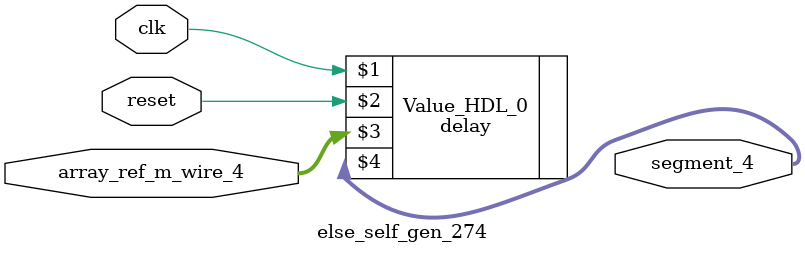
<source format=v>
module else_self_gen_274( input clk, input reset, input [31:0]array_ref_m_wire_4, output [31:0]segment_4); 
	wire [31:0]segment_4;
	//Proceed with segment_4 = array_ref_m_wire_4
	delay Value_HDL_0 ( clk, reset, array_ref_m_wire_4, segment_4);
endmodule
</source>
